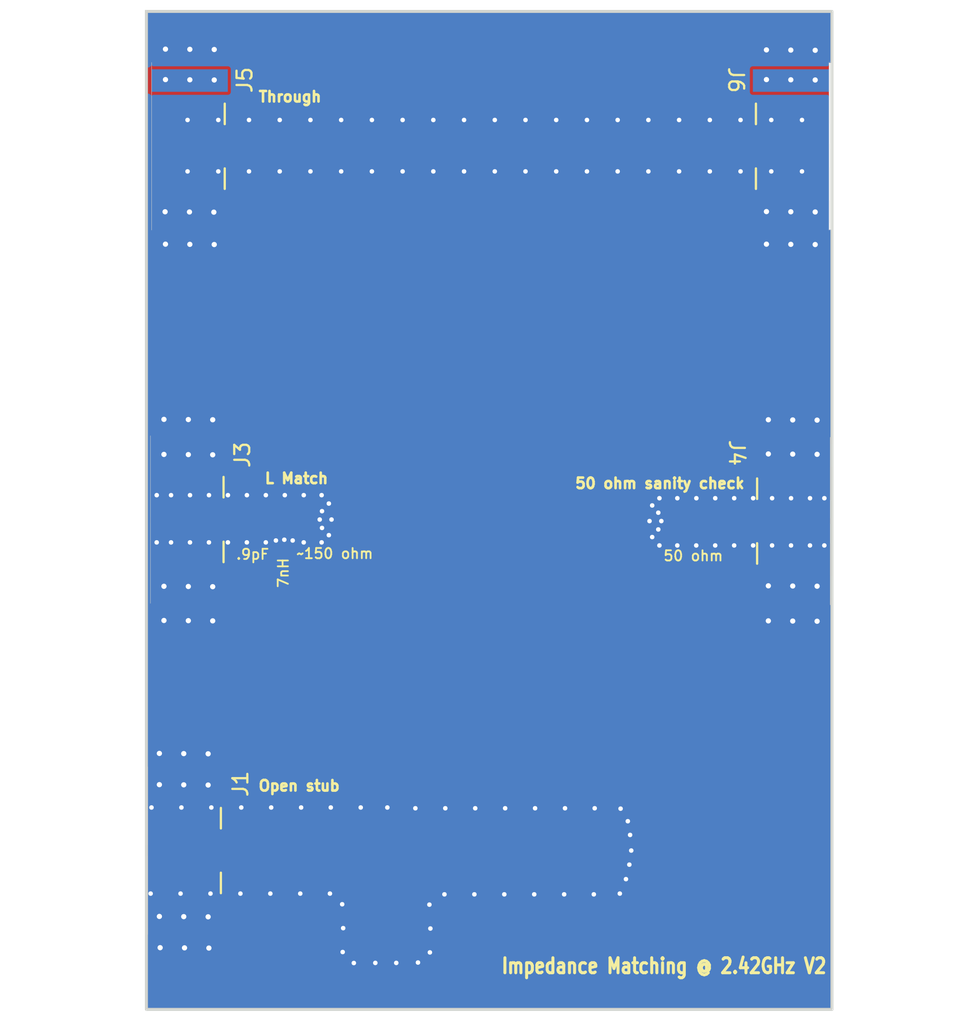
<source format=kicad_pcb>
(kicad_pcb (version 20211014) (generator pcbnew)
  (layers (0 "F.Cu" signal) (1 "In1.Cu" signal) (2 "In2.Cu" signal) (31 "B.Cu" signal) (34 "B.Paste" user) (35 "F.Paste" user) (36 "B.SilkS" user "B.Silkscreen") (37 "F.SilkS" user "F.Silkscreen") (38 "B.Mask" user) (39 "F.Mask" user) (44 "Edge.Cuts" user))
  (net 0 "")
  (net 1 "GND")
  (net 2 "Net-(J1-Pad1)")
  (net 3 "Net-(J4-Pad1)")
  (net 4 "Net-(J3-Pad1)")
  (net 5 "Net-(R5-Pad2)")
  (footprint "Cinch:CONN_142-0701-851_CIN" (layer "F.Cu") (at 174.2948 64.2112 -90)
    (fp_text reference "J4" (at -4.5466 3.8608 -90 unlocked) (layer "F.SilkS"))
    (fp_text value "Conn_Coaxial" hide)
    (fp_line (start 1.47574 2.5019) (end 2.84226 2.5019) (layer "F.SilkS") (width 0.1524))
    (fp_line (start -2.84226 2.5019) (end -1.47574 2.5019) (layer "F.SilkS") (width 0.1524))
    (fp_line (start 5.588 -2.3749) (end -5.588 -2.3749) (layer "Edge.Cuts") (width 0.0254))
    (pad "1" smd rect (at 0 0.1651 270) (size 0.38 5.08) (layers "F.Cu" "F.Paste" "F.Mask") (net 4 "Net-(J3-Pad1)"))
    (pad "2" smd rect (at -4.3815 0.1651 270) (size 1.5 5.08) (layers "F.Cu" "F.Paste" "F.Mask") (net 1 "GND"))
    (pad "3" smd rect (at 4.3815 0.1651 270) (size 1.5 5.08) (layers "F.Cu" "F.Paste" "F.Mask") (net 1 "GND"))
    (pad "4" smd rect (at -4.3815 0.1651 270) (size 1.5 5.08) (layers "B.Cu" "B.Paste" "B.Mask") (net 1 "GND"))
    (pad "5" smd rect (at 4.3815 0.1651 270) (size 1.5 5.08) (layers "B.Cu" "B.Paste" "B.Mask") (net 1 "GND"))
  )
  (footprint "HGS_Reflector:.0402-C-NOSILK" (layer "F.Cu") (at 141.5542 64.1096 180)
    (fp_text reference "R5")
    (fp_text value "~150 ohm" (at -4.699 -2.667) (layer "F.SilkS") (effects (font (size 0.68 0.68) (thickness 0.12)) (justify right bottom)))
    (pad "1" smd roundrect (at -0.45 0 180) (size 0.5 0.6) (layers "F.Cu" "F.Paste") (roundrect_rratio 0.1) (net 1 "GND"))
    (pad "2" smd roundrect (at 0.45 0 180) (size 0.5 0.6) (layers "F.Cu" "F.Paste") (roundrect_rratio 0.1) (net 5 "Net-(R5-Pad2)"))
  )
  (footprint "HGS_Reflector:.0402-C-NOSILK" (layer "F.Cu") (at 140.2588 64.5414 -90)
    (fp_text reference "L1")
    (fp_text value "7nH" (at 2.0574 -0.3302 90) (layer "F.SilkS") (effects (font (size 0.68 0.68) (thickness 0.12)) (justify right bottom)))
    (pad "1" smd roundrect (at -0.45 0 270) (size 0.5 0.6) (layers "F.Cu" "F.Paste") (roundrect_rratio 0.1) (net 5 "Net-(R5-Pad2)"))
    (pad "2" smd roundrect (at 0.45 0 270) (size 0.5 0.6) (layers "F.Cu" "F.Paste") (roundrect_rratio 0.1) (net 1 "GND"))
  )
  (footprint "HGS_Reflector:.0402-C-NOSILK" (layer "F.Cu") (at 162.179 86.1822 180)
    (fp_text reference "R1")
    (fp_text value "50" hide)
    (pad "1" smd roundrect (at -0.45 0 180) (size 0.5 0.6) (layers "F.Cu" "F.Paste") (roundrect_rratio 0.1) (net 1 "GND"))
    (pad "2" smd roundrect (at 0.45 0 180) (size 0.5 0.6) (layers "F.Cu" "F.Paste") (roundrect_rratio 0.1) (net 2 "Net-(J1-Pad1)"))
  )
  (footprint "HGS_Reflector:.0402-C-NOSILK" (layer "F.Cu") (at 166.4716 64.2112)
    (fp_text reference "R6" hide)
    (fp_text value "50 ohm" (at -0.9906 2.7178) (layer "F.SilkS") (effects (font (size 0.68 0.68) (thickness 0.12)) (justify left bottom)))
    (pad "1" smd roundrect (at -0.45 0) (size 0.5 0.6) (layers "F.Cu" "F.Paste") (roundrect_rratio 0.1) (net 1 "GND"))
    (pad "2" smd roundrect (at 0.45 0) (size 0.5 0.6) (layers "F.Cu" "F.Paste") (roundrect_rratio 0.1) (net 5 "Net-(R5-Pad2)"))
  )
  (footprint "Cinch:CONN_142-0701-851_CIN" (layer "F.Cu") (at 174.2155 39.2176 -90)
    (fp_text reference "J6" (at -4.4196 3.8323 -90 unlocked) (layer "F.SilkS"))
    (fp_text value "Conn_Coaxial" hide)
    (fp_line (start 1.47574 2.5019) (end 2.84226 2.5019) (layer "F.SilkS") (width 0.1524))
    (fp_line (start -2.84226 2.5019) (end -1.47574 2.5019) (layer "F.SilkS") (width 0.1524))
    (fp_line (start 5.588 -2.3749) (end -5.588 -2.3749) (layer "Edge.Cuts") (width 0.0254))
    (pad "1" smd rect (at 0 0.1651 270) (size 0.38 5.08) (layers "F.Cu" "F.Paste" "F.Mask") (net 3 "Net-(J4-Pad1)"))
    (pad "2" smd rect (at -4.3815 0.1651 270) (size 1.5 5.08) (layers "F.Cu" "F.Paste" "F.Mask") (net 1 "GND"))
    (pad "3" smd rect (at 4.3815 0.1651 270) (size 1.5 5.08) (layers "F.Cu" "F.Paste" "F.Mask") (net 1 "GND"))
    (pad "4" smd rect (at -4.3815 0.1651 270) (size 1.5 5.08) (layers "B.Cu" "B.Paste" "B.Mask"))
    (pad "5" smd rect (at 4.3815 0.1651 270) (size 1.5 5.08) (layers "B.Cu" "B.Paste" "B.Mask") (net 1 "GND"))
  )
  (footprint "Cinch:CONN_142-0701-851_CIN" (layer "F.Cu") (at 133.5278 86.1822 90)
    (fp_text reference "J1" (at 4.445 3.81 90 unlocked) (layer "F.SilkS"))
    (fp_text value "Conn_Coaxial" hide)
    (fp_line (start -2.84226 2.5019) (end -1.47574 2.5019) (layer "F.SilkS") (width 0.1524))
    (fp_line (start 1.47574 2.5019) (end 2.84226 2.5019) (layer "F.SilkS") (width 0.1524))
    (fp_line (start 5.588 -2.3749) (end -5.588 -2.3749) (layer "Edge.Cuts") (width 0.0254))
    (pad "1" smd rect (at 0 0.1651 90) (size 0.74 5.1689) (layers "F.Cu" "F.Paste" "F.Mask") (net 2 "Net-(J1-Pad1)"))
    (pad "2" smd rect (at -4.3815 0.1651 90) (size 1.5 5.08) (layers "F.Cu" "F.Paste" "F.Mask") (net 1 "GND"))
    (pad "3" smd rect (at 4.3815 0.1651 90) (size 1.5 5.08) (layers "F.Cu" "F.Paste" "F.Mask") (net 1 "GND"))
    (pad "4" smd rect (at -4.3815 0.1651 90) (size 1.5 5.08) (layers "B.Cu" "B.Paste" "B.Mask") (net 1 "GND"))
    (pad "5" smd rect (at 4.3815 0.1651 90) (size 1.5 5.08) (layers "B.Cu" "B.Paste" "B.Mask") (net 1 "GND"))
  )
  (footprint "Cinch:CONN_142-0701-851_CIN" (layer "F.Cu") (at 133.7056 64.1096 90)
    (fp_text reference "J3" (at 4.318 3.7592 90 unlocked) (layer "F.SilkS"))
    (fp_text value "Conn_Coaxial" hide)
    (fp_line (start -2.84226 2.5019) (end -1.47574 2.5019) (layer "F.SilkS") (width 0.1524))
    (fp_line (start 1.47574 2.5019) (end 2.84226 2.5019) (layer "F.SilkS") (width 0.1524))
    (fp_line (start 5.588 -2.3749) (end -5.588 -2.3749) (layer "Edge.Cuts") (width 0.0254))
    (pad "1" smd rect (at 0 0.1651 90) (size 0.38 5.08) (layers "F.Cu" "F.Paste" "F.Mask") (net 4 "Net-(J3-Pad1)"))
    (pad "2" smd rect (at -4.3815 0.1651 90) (size 1.5 5.08) (layers "F.Cu" "F.Paste" "F.Mask") (net 1 "GND"))
    (pad "3" smd rect (at 4.3815 0.1651 90) (size 1.5 5.08) (layers "F.Cu" "F.Paste" "F.Mask") (net 1 "GND"))
    (pad "4" smd rect (at -4.3815 0.1651 90) (size 1.5 5.08) (layers "B.Cu" "B.Paste" "B.Mask") (net 1 "GND"))
    (pad "5" smd rect (at 4.3815 0.1651 90) (size 1.5 5.08) (layers "B.Cu" "B.Paste" "B.Mask") (net 1 "GND"))
  )
  (footprint "Cinch:CONN_142-0701-851_CIN" (layer "F.Cu") (at 133.7849 39.2176 90)
    (fp_text reference "J5" (at 4.4196 3.8323 90 unlocked) (layer "F.SilkS"))
    (fp_text value "Conn_Coaxial" hide)
    (fp_line (start 1.47574 2.5019) (end 2.84226 2.5019) (layer "F.SilkS") (width 0.1524))
    (fp_line (start -2.84226 2.5019) (end -1.47574 2.5019) (layer "F.SilkS") (width 0.1524))
    (fp_line (start 5.588 -2.3749) (end -5.588 -2.3749) (layer "Edge.Cuts") (width 0.0254))
    (pad "1" smd rect (at 0 0.1651 90) (size 0.38 5.08) (layers "F.Cu" "F.Paste" "F.Mask") (net 3 "Net-(J4-Pad1)"))
    (pad "2" smd rect (at -4.3815 0.1651 90) (size 1.5 5.08) (layers "F.Cu" "F.Paste" "F.Mask") (net 1 "GND"))
    (pad "3" smd rect (at 4.3815 0.1651 90) (size 1.5 5.08) (layers "F.Cu" "F.Paste" "F.Mask") (net 1 "GND"))
    (pad "4" smd rect (at -4.3815 0.1651 90) (size 1.5 5.08) (layers "B.Cu" "B.Paste" "B.Mask") (net 1 "GND"))
    (pad "5" smd rect (at 4.3815 0.1651 90) (size 1.5 5.08) (layers "B.Cu" "B.Paste" "B.Mask"))
  )
  (footprint "HGS_Reflector:.0402-C-NOSILK" (layer "F.Cu") (at 138.9126 64.1096)
    (fp_text reference "C1")
    (fp_text value ".9pF" (at -1.9304 2.7178) (layer "F.SilkS") (effects (font (size 0.68 0.68) (thickness 0.12)) (justify left bottom)))
    (pad "1" smd roundrect (at -0.45 0) (size 0.5 0.6) (layers "F.Cu" "F.Paste") (roundrect_rratio 0.1) (net 5 "Net-(R5-Pad2)"))
    (pad "2" smd roundrect (at 0.45 0) (size 0.5 0.6) (layers "F.Cu" "F.Paste") (roundrect_rratio 0.1) (net 4 "Net-(J3-Pad1)"))
  )
  (gr_rect (start 131.064 30.226) (end 176.784 96.774) (layer "Edge.Cuts") (width 0.2) (fill none))
  (gr_text "50 ohm sanity check" (at 165.3032 61.6966) (layer "F.SilkS") (effects (font (size 0.7 0.7) (thickness 0.175))))
  (gr_text "L Match" (at 141.0716 61.3664) (layer "F.SilkS") (effects (font (size 0.7 0.7) (thickness 0.175))))
  (gr_text "Through" (at 140.6398 35.9156) (layer "F.SilkS") (effects (font (size 0.7 0.7) (thickness 0.175))))
  (gr_text "Impedance Matching @ 2.42GHz V2" (at 165.5826 93.8784) (layer "F.SilkS") (effects (font (size 1 0.8) (thickness 0.2))))
  (gr_text "Open stub" (at 141.2494 81.8642) (layer "F.SilkS") (effects (font (size 0.7 0.7) (thickness 0.175))))
  (segment (start 165.989 64.2112) (end 165.9636 64.1858) (width 0.25) (layer "F.Cu") (net 1))
  (segment (start 142.0042 64.1096) (end 142.8242 64.1096) (width 0.38) (layer "F.Cu") (net 1))
  (segment (start 166.0216 64.2112) (end 165.2016 64.2112) (width 0.38) (layer "F.Cu") (net 1))
  (segment (start 142.0368 64.1096) (end 142.0622 64.135) (width 0.25) (layer "F.Cu") (net 1))
  (segment (start 140.2588 64.9914) (end 140.2588 65.8114) (width 0.25) (layer "F.Cu") (net 1))
  (segment (start 162.629 86.1822) (end 163.6268 86.1822) (width 0.5) (layer "F.Cu") (net 1))
  (via (at 135.4836 70.866) (size 0.6) (drill 0.35) (layers "F.Cu" "B.Cu") (net 1))
  (via (at 154.29653 40.894) (size 0.35) (drill 0.3) (layers "F.Cu" "B.Cu") (net 1))
  (via (at 131.9276 79.7052) (size 0.6) (drill 0.35) (layers "F.Cu" "B.Cu") (net 1))
  (via (at 149.000632 83.3628) (size 0.35) (drill 0.3) (layers "F.Cu" "B.Cu") (net 1))
  (via (at 168.639061 40.894) (size 0.35) (drill 0.3) (layers "F.Cu" "B.Cu") (net 1))
  (via (at 133.396566 83.312) (size 0.35) (drill 0.3) (layers "F.Cu" "B.Cu") (net 1))
  (via (at 156.984696 83.3628) (size 0.35) (drill 0.3) (layers "F.Cu" "B.Cu") (net 1))
  (via (at 133.858 68.57365) (size 0.6) (drill 0.35) (layers "F.Cu" "B.Cu") (net 1))
  (via (at 152.247597 37.465) (size 0.35) (drill 0.3) (layers "F.Cu" "B.Cu") (net 1))
  (via (at 174.0408 32.8041) (size 0.6) (drill 0.35) (layers "F.Cu" "B.Cu") (net 1))
  (via (at 132.706534 62.484) (size 0.35) (drill 0.3) (layers "F.Cu" "B.Cu") (net 1))
  (via (at 141.32348 89.0524) (size 0.35) (drill 0.3) (layers "F.Cu" "B.Cu") (net 1))
  (via (at 131.7498 62.484) (size 0.35) (drill 0.3) (layers "F.Cu" "B.Cu") (net 1))
  (via (at 160.90265 89.1032) (size 0.35) (drill 0.3) (layers "F.Cu" "B.Cu") (net 1))
  (via (at 166.469486 65.8368) (size 0.35) (drill 0.3) (layers "F.Cu" "B.Cu") (net 1))
  (via (at 165.2016 63.6524) (size 0.35) (drill 0.3) (layers "F.Cu" "B.Cu") (net 1))
  (via (at 172.736927 40.894) (size 0.35) (drill 0.3) (layers "F.Cu" "B.Cu") (net 1))
  (via (at 135.5598 43.6118) (size 0.6) (drill 0.35) (layers "F.Cu" "B.Cu") (net 1))
  (via (at 131.747686 65.6336) (size 0.35) (drill 0.3) (layers "F.Cu" "B.Cu") (net 1))
  (via (at 163.322 85.1408) (size 0.35) (drill 0.3) (layers "F.Cu" "B.Cu") (net 1))
  (via (at 131.40055 83.312) (size 0.35) (drill 0.3) (layers "F.Cu" "B.Cu") (net 1))
  (via (at 149.1742 93.6498) (size 0.35) (drill 0.3) (layers "F.Cu" "B.Cu") (net 1))
  (via (at 166.4716 62.6872) (size 0.35) (drill 0.3) (layers "F.Cu" "B.Cu") (net 1))
  (via (at 172.790758 65.8368) (size 0.35) (drill 0.3) (layers "F.Cu" "B.Cu") (net 1))
  (via (at 132.334 45.7454) (size 0.6) (drill 0.35) (layers "F.Cu" "B.Cu") (net 1))
  (via (at 164.541195 37.465) (size 0.35) (drill 0.3) (layers "F.Cu" "B.Cu") (net 1))
  (via (at 141.38063 83.312) (size 0.35) (drill 0.3) (layers "F.Cu" "B.Cu") (net 1))
  (via (at 175.7934 70.8914) (size 0.6) (drill 0.35) (layers "F.Cu" "B.Cu") (net 1))
  (via (at 131.9276 90.5764) (size 0.6) (drill 0.35) (layers "F.Cu" "B.Cu") (net 1))
  (via (at 132.2324 70.8406) (size 0.6) (drill 0.35) (layers "F.Cu" "B.Cu") (net 1))
  (via (at 133.858 70.8533) (size 0.6) (drill 0.35) (layers "F.Cu" "B.Cu") (net 1))
  (via (at 143.302568 89.0524) (size 0.35) (drill 0.3) (layers "F.Cu" "B.Cu") (net 1))
  (via (at 165.4048 64.2112) (size 0.35) (drill 0.3) (layers "F.Cu" "B.Cu") (net 1))
  (via (at 162.687 83.3882) (size 0.35) (drill 0.3) (layers "F.Cu" "B.Cu") (net 1))
  (via (at 139.953999 37.465) (size 0.35) (drill 0.3) (layers "F.Cu" "B.Cu") (net 1))
  (via (at 136.497182 65.6336) (size 0.35) (drill 0.3) (layers "F.Cu" "B.Cu") (net 1))
  (via (at 166.590128 37.465) (size 0.35) (drill 0.3) (layers "F.Cu" "B.Cu") (net 1))
  (via (at 148.149731 37.465) (size 0.35) (drill 0.3) (layers "F.Cu" "B.Cu") (net 1))
  (via (at 165.2016 64.77) (size 0.35) (drill 0.3) (layers "F.Cu" "B.Cu") (net 1))
  (via (at 131.9784 92.6592) (size 0.6) (drill 0.35) (layers "F.Cu" "B.Cu") (net 1))
  (via (at 174.1678 57.4675) (size 0.6) (drill 0.35) (layers "F.Cu" "B.Cu") (net 1))
  (via (at 141.5542 65.6336) (size 0.35) (drill 0.3) (layers "F.Cu" "B.Cu") (net 1))
  (via (at 158.394396 37.465) (size 0.35) (drill 0.3) (layers "F.Cu" "B.Cu") (net 1))
  (via (at 163.3982 86.1822) (size 0.35) (drill 0.3) (layers "F.Cu" "B.Cu") (net 1))
  (via (at 176.278114 62.6872) (size 0.35) (drill 0.3) (layers "F.Cu" "B.Cu") (net 1))
  (via (at 176.276 65.8368) (size 0.35) (drill 0.3) (layers "F.Cu" "B.Cu") (net 1))
  (via (at 174.1678 59.74715) (size 0.6) (drill 0.35) (layers "F.Cu" "B.Cu") (net 1))
  (via (at 154.98868 83.3628) (size 0.35) (drill 0.3) (layers "F.Cu" "B.Cu") (net 1))
  (via (at 132.70442 65.6336) (size 0.35) (drill 0.3) (layers "F.Cu" "B.Cu") (net 1))
  (via (at 160.443329 40.894) (size 0.35) (drill 0.3) (layers "F.Cu" "B.Cu") (net 1))
  (via (at 163.1696 84.2264) (size 0.35) (drill 0.3) (layers "F.Cu" "B.Cu") (net 1))
  (via (at 174.0408 45.7581) (size 0.6) (drill 0.35) (layers "F.Cu" "B.Cu") (net 1))
  (via (at 133.9342 43.5991) (size 0.6) (drill 0.35) (layers "F.Cu" "B.Cu") (net 1))
  (via (at 170.26225 65.8368) (size 0.35) (drill 0.3) (layers "F.Cu" "B.Cu") (net 1))
  (via (at 137.761436 65.6336) (size 0.35) (drill 0.3) (layers "F.Cu" "B.Cu") (net 1))
  (via (at 142.002932 40.894) (size 0.35) (drill 0.3) (layers "F.Cu" "B.Cu") (net 1))
  (via (at 152.992664 83.3628) (size 0.35) (drill 0.3) (layers "F.Cu" "B.Cu") (net 1))
  (via (at 174.0408 43.5864) (size 0.6) (drill 0.35) (layers "F.Cu" "B.Cu") (net 1))
  (via (at 174.1678 68.5419) (size 0.6) (drill 0.35) (layers "F.Cu" "B.Cu") (net 1))
  (via (at 135.5852 32.766) (size 0.6) (drill 0.35) (layers "F.Cu" "B.Cu") (net 1))
  (via (at 133.9596 45.7581) (size 0.6) (drill 0.35) (layers "F.Cu" "B.Cu") (net 1))
  (via (at 168.639061 37.465) (size 0.35) (drill 0.3) (layers "F.Cu" "B.Cu") (net 1))
  (via (at 160.443329 37.465) (size 0.35) (drill 0.3) (layers "F.Cu" "B.Cu") (net 1))
  (via (at 174.055012 65.8368) (size 0.35) (drill 0.3) (layers "F.Cu" "B.Cu") (net 1))
  (via (at 135.1788 79.7306) (size 0.6) (drill 0.35) (layers "F.Cu" "B.Cu") (net 1))
  (via (at 143.4084 64.1096) (size 0.35) (drill 0.3) (layers "F.Cu" "B.Cu") (net 1))
  (via (at 150.939498 89.1032) (size 0.35) (drill 0.3) (layers "F.Cu" "B.Cu") (net 1))
  (via (at 139.02569 65.6336) (size 0.35) (drill 0.3) (layers "F.Cu" "B.Cu") (net 1))
  (via (at 156.345463 37.465) (size 0.35) (drill 0.3) (layers "F.Cu" "B.Cu") (net 1))
  (via (at 143.2306 63.0428) (size 0.35) (drill 0.3) (layers "F.Cu" "B.Cu") (net 1))
  (via (at 133.9596 34.7853) (size 0.6) (drill 0.35) (layers "F.Cu" "B.Cu") (net 1))
  (via (at 175.6664 34.798) (size 0.6) (drill 0.35) (layers "F.Cu" "B.Cu") (net 1))
  (via (at 175.6664 45.7708) (size 0.6) (drill 0.35) (layers "F.Cu" "B.Cu") (net 1))
  (via (at 144.896416 93.682608) (size 0.35) (drill 0.3) (layers "F.Cu" "B.Cu") (net 1))
  (via (at 147.131616 83.312) (size 0.35) (drill 0.3) (layers "F.Cu" "B.Cu") (net 1))
  (via (at 133.858 59.7789) (size 0.6) (drill 0.35) (layers "F.Cu" "B.Cu") (net 1))
  (via (at 154.29653 37.465) (size 0.35) (drill 0.3) (layers "F.Cu" "B.Cu") (net 1))
  (via (at 169.00011 62.6872) (size 0.35) (drill 0.3) (layers "F.Cu" "B.Cu") (net 1))
  (via (at 150.198664 37.465) (size 0.35) (drill 0.3) (layers "F.Cu" "B.Cu") (net 1))
  (via (at 156.345463 40.894) (size 0.35) (drill 0.3) (layers "F.Cu" "B.Cu") (net 1))
  (via (at 141.556314 62.484) (size 0.35) (drill 0.3) (layers "F.Cu" "B.Cu") (net 1))
  (via (at 170.687994 40.894) (size 0.35) (drill 0.3) (layers "F.Cu" "B.Cu") (net 1))
  (via (at 150.001816 91.381792) (size 0.35) (drill 0.3) (layers "F.Cu" "B.Cu") (net 1))
  (via (at 133.5532 79.7179) (size 0.6) (drill 0.35) (layers "F.Cu" "B.Cu") (net 1))
  (via (at 175.7934 57.4802) (size 0.6) (drill 0.35) (layers "F.Cu" "B.Cu") (net 1))
  (via (at 140.8176 65.5066) (size 0.35) (drill 0.3) (layers "F.Cu" "B.Cu") (net 1))
  (via (at 167.733742 65.8368) (size 0.35) (drill 0.3) (layers "F.Cu" "B.Cu") (net 1))
  (via (at 139.7 65.5066) (size 0.35) (drill 0.3) (layers "F.Cu" "B.Cu") (net 1))
  (via (at 162.6362 89.0524) (size 0.35) (drill 0.3) (layers "F.Cu" "B.Cu") (net 1))
  (via (at 135.4836 59.7916) (size 0.6) (drill 0.35) (layers "F.Cu" "B.Cu") (net 1))
  (via (at 172.4152 45.7454) (size 0.6) (drill 0.35) (layers "F.Cu" "B.Cu") (net 1))
  (via (at 170.264364 62.6872) (size 0.35) (drill 0.3) (layers "F.Cu" "B.Cu") (net 1))
  (via (at 133.8072 40.894) (size 0.35) (drill 0.3) (layers "F.Cu" "B.Cu") (net 1))
  (via (at 148.149731 40.894) (size 0.35) (drill 0.3) (layers "F.Cu" "B.Cu") (net 1))
  (via (at 175.32138 62.6872) (size 0.35) (drill 0.3) (layers "F.Cu" "B.Cu") (net 1))
  (via (at 172.5422 59.73445) (size 0.6) (drill 0.35) (layers "F.Cu" "B.Cu") (net 1))
  (via (at 145.355734 83.312) (size 0.35) (drill 0.3) (layers "F.Cu" "B.Cu") (net 1))
  (via (at 164.541195 40.894) (size 0.35) (drill 0.3) (layers "F.Cu" "B.Cu") (net 1))
  (via (at 162.492262 37.465) (size 0.35) (drill 0.3) (layers "F.Cu" "B.Cu") (net 1))
  (via (at 146.100798 40.894) (size 0.35) (drill 0.3) (layers "F.Cu" "B.Cu") (net 1))
  (via (at 150.996648 83.3628) (size 0.35) (drill 0.3) (layers "F.Cu" "B.Cu") (net 1))
  (via (at 135.1788 90.6018) (size 0.6) (drill 0.35) (layers "F.Cu" "B.Cu") (net 1))
  (via (at 144.152408 92.949184) (size 0.35) (drill 0.3) (layers "F.Cu" "B.Cu") (net 1))
  (via (at 135.2296 92.6846) (size 0.6) (drill 0.35) (layers "F.Cu" "B.Cu") (net 1))
  (via (at 172.5422 68.5292) (size 0.6) (drill 0.35) (layers "F.Cu" "B.Cu") (net 1))
  (via (at 143.359718 83.312) (size 0.35) (drill 0.3) (layers "F.Cu" "B.Cu") (net 1))
  (via (at 135.4836 68.58635) (size 0.6) (drill 0.35) (layers "F.Cu" "B.Cu") (net 1))
  (via (at 172.4152 34.7726) (size 0.6) (drill 0.35) (layers "F.Cu" "B.Cu") (net 1))
  (via (at 133.968674 65.6336) (size 0.35) (drill 0.3) (layers "F.Cu" "B.Cu") (net 1))
  (via (at 133.339416 89.0524) (size 0.35) (drill 0.3) (layers "F.Cu" "B.Cu") (net 1))
  (via (at 135.335432 89.0524) (size 0.35) (drill 0.3) (layers "F.Cu" "B.Cu") (net 1))
  (via (at 166.590128 40.894) (size 0.35) (drill 0.3) (layers "F.Cu" "B.Cu") (net 1))
  (via (at 132.2324 57.4294) (size 0.6) (drill 0.35) (layers "F.Cu" "B.Cu") (net 1))
  (via (at 163.2712 87.122) (size 0.35) (drill 0.3) (layers "F.Cu" "B.Cu") (net 1))
  (via (at 175.6664 32.8168) (size 0.6) (drill 0.35) (layers "F.Cu" "B.Cu") (net 1))
  (via (at 172.736927 37.465) (size 0.35) (drill 0.3) (layers "F.Cu" "B.Cu") (net 1))
  (via (at 133.9596 32.7533) (size 0.6) (drill 0.35) (layers "F.Cu" "B.Cu") (net 1))
  (via (at 144.051865 37.465) (size 0.35) (drill 0.3) (layers "F.Cu" "B.Cu") (net 1))
  (via (at 144.1196 89.7636) (size 0.35) (drill 0.3) (layers "F.Cu" "B.Cu") (net 1))
  (via (at 158.980712 83.3628) (size 0.35) (drill 0.3) (layers "F.Cu" "B.Cu") (net 1))
  (via (at 135.392582 83.312) (size 0.35) (drill 0.3) (layers "F.Cu" "B.Cu") (net 1))
  (via (at 132.334 34.7726) (size 0.6) (drill 0.35) (layers "F.Cu" "B.Cu") (net 1))
  (via (at 135.5852 45.7708) (size 0.6) (drill 0.35) (layers "F.Cu" "B.Cu") (net 1))
  (via (at 171.526504 65.8368) (size 0.35) (drill 0.3) (layers "F.Cu" "B.Cu") (net 1))
  (via (at 170.687994 37.465) (size 0.35) (drill 0.3) (layers "F.Cu" "B.Cu") (net 1))
  (via (at 171.528618 62.6872) (size 0.35) (drill 0.3) (layers "F.Cu" "B.Cu") (net 1))
  (via (at 152.247597 40.894) (size 0.35) (drill 0.3) (layers "F.Cu" "B.Cu") (net 1))
  (via (at 175.7934 59.75985) (size 0.6) (drill 0.35) (layers "F.Cu" "B.Cu") (net 1))
  (via (at 147.7264 93.6752) (size 0.35) (drill 0.3) (layers "F.Cu" "B.Cu") (net 1))
  (via (at 172.4152 43.5737) (size 0.6) (drill 0.35) (layers "F.Cu" "B.Cu") (net 1))
  (via (at 133.858 57.4421) (size 0.6) (drill 0.35) (layers "F.Cu" "B.Cu") (net 1))
  (via (at 139.027804 62.484) (size 0.35) (drill 0.3) (layers "F.Cu" "B.Cu") (net 1))
  (via (at 150.198664 40.894) (size 0.35) (drill 0.3) (layers "F.Cu" "B.Cu") (net 1))
  (via (at 139.384614 83.312) (size 0.35) (drill 0.3) (layers "F.Cu" "B.Cu") (net 1))
  (via (at 135.4836 57.4548) (size 0.6) (drill 0.35) (layers "F.Cu" "B.Cu") (net 1))
  (via (at 175.6664 43.5991) (size 0.6) (drill 0.35) (layers "F.Cu" "B.Cu") (net 1))
  (via (at 133.5532 90.5891) (size 0.6) (drill 0.35) (layers "F.Cu" "B.Cu") (net 1))
  (via (at 146.100798 37.465) (size 0.35) (drill 0.3) (layers "F.Cu" "B.Cu") (net 1))
  (via (at 146.3294 93.6752) (size 0.35) (drill 0.3) (layers "F.Cu" "B.Cu") (net 1))
  (via (at 142.002932 37.465) (size 0.35) (drill 0.3) (layers "F.Cu" "B.Cu") (net 1))
  (via (at 164.6174 64.2112) (size 0.35) (drill 0.3) (layers "F.Cu" "B.Cu") (net 1))
  (via (at 165.2778 62.6872) (size 0.35) (drill 0.3) (layers "F.Cu" "B.Cu") (net 1))
  (via (at 133.8072 37.465) (size 0.35) (drill 0.3) (layers "F.Cu" "B.Cu") (net 1))
  (via (at 172.4152 32.7914) (size 0.6) (drill 0.35) (layers "F.Cu" "B.Cu") (net 1))
  (via (at 163.045324 88.088949) (size 0.35) (drill 0.3) (layers "F.Cu" "B.Cu") (net 1))
  (via (at 156.927546 89.1032) (size 0.35) (drill 0.3) (layers "F.Cu" "B.Cu") (net 1))
  (via (at 140.292058 62.484) (size 0.35) (drill 0.3) (layers "F.Cu" "B.Cu") (net 1))
  (via (at 164.7952 63.1698) (size 0.35) (drill 0.3) (layers "F.Cu" "B.Cu") (net 1))
  (via (at 174.0408 34.7853) (size 0.6) (drill 0.35) (layers "F.Cu" "B.Cu") (net 1))
  (via (at 135.232928 65.6336) (size 0.35) (drill 0.3) (layers "F.Cu" "B.Cu") (net 1))
  (via (at 172.5422 70.866) (size 0.6) (drill 0.35) (layers "F.Cu" "B.Cu") (net 1))
  (via (at 132.2324 59.7662) (size 0.6) (drill 0.35) (layers "F.Cu" "B.Cu") (net 1))
  (via (at 174.1678 70.8787) (size 0.6) (drill 0.35) (layers "F.Cu" "B.Cu") (net 1))
  (via (at 133.604 92.6719) (size 0.6) (drill 0.35) (layers "F.Cu" "B.Cu") (net 1))
  (via (at 132.3086 43.5864) (size 0.6) (drill 0.35) (layers "F.Cu" "B.Cu") (net 1))
  (via (at 142.7734 64.6684) (size 0.35) (drill 0.3) (layers "F.Cu" "B.Cu") (net 1))
  (via (at 139.327464 89.0524) (size 0.35) (drill 0.3) (layers "F.Cu" "B.Cu") (net 1))
  (via (at 135.5852 34.798) (size 0.6) (drill 0.35) (layers "F.Cu" "B.Cu") (net 1))
  (via (at 152.935514 89.1032) (size 0.35) (drill 0.3) (layers "F.Cu" "B.Cu") (net 1))
  (via (at 143.2306 65.151) (size 0.35) (drill 0.3) (layers "F.Cu" "B.Cu") (net 1))
  (via (at 144.051865 40.894) (size 0.35) (drill 0.3) (layers "F.Cu" "B.Cu") (net 1))
  (via (at 137.331448 89.0524) (size 0.35) (drill 0.3) (layers "F.Cu" "B.Cu") (net 1))
  (via (at 158.394396 40.894) (size 0.35) (drill 0.3) (layers "F.Cu" "B.Cu") (net 1))
  (via (at 137.905066 40.894) (size 0.35) (drill 0.3) (layers "F.Cu" "B.Cu") (net 1))
  (via (at 140.2588 65.4558) (size 0.35) (drill 0.3) (layers "F.Cu" "B.Cu") (net 1))
  (via (at 136.499296 62.484) (size 0.35) (drill 0.3) (layers "F.Cu" "B.Cu") (net 1))
  (via (at 174.78586 40.894) (size 0.35) (drill 0.3) (layers "F.Cu" "B.Cu") (net 1))
  (via (at 154.93153 89.1032) (size 0.35) (drill 0.3) (layers "F.Cu" "B.Cu") (net 1))
  (via (at 139.953999 40.894) (size 0.35) (drill 0.3) (layers "F.Cu" "B.Cu") (net 1))
  (via (at 142.748 65.6336) (size 0.35) (drill 0.3) (layers "F.Cu" "B.Cu") (net 1))
  (via (at 158.923562 89.1032) (size 0.35) (drill 0.3) (layers "F.Cu" "B.Cu") (net 1))
  (via (at 174.057126 62.6872) (size 0.35) (drill 0.3) (layers "F.Cu" "B.Cu") (net 1))
  (via (at 137.76355 62.484) (size 0.35) (drill 0.3) (layers "F.Cu" "B.Cu") (net 1))
  (via (at 131.3434 89.0524) (size 0.35) (drill 0.3) (layers "F.Cu" "B.Cu") (net 1))
  (via (at 175.319266 65.8368) (size 0.35) (drill 0.3) (layers "F.Cu" "B.Cu") (net 1))
  (via (at 132.334 32.7406) (size 0.6) (drill 0.35) (layers "F.Cu" "B.Cu") (net 1))
  (via (at 149.969008 92.974584) (size 0.35) (drill 0.3) (layers "F.Cu" "B.Cu") (net 1))
  (via (at 135.235042 62.484) (size 0.35) (drill 0.3) (layers "F.Cu" "B.Cu") (net 1))
  (via (at 172.792872 62.6872) (size 0.35) (drill 0.3) (layers "F.Cu" "B.Cu") (net 1))
  (via (at 174.78586 37.465) (size 0.35) (drill 0.3) (layers "F.Cu" "B.Cu") (net 1))
  (via (at 162.492262 40.894) (size 0.35) (drill 0.3) (layers "F.Cu" "B.Cu") (net 1))
  (via (at 168.997996 65.8368) (size 0.35) (drill 0.3) (layers "F.Cu" "B.Cu") (net 1))
  (via (at 149.9362 89.789) (size 0.35) (drill 0.3) (layers "F.Cu" "B.Cu") (net 1))
  (via (at 144.185216 91.356392) (size 0.35) (drill 0.3) (layers "F.Cu" "B.Cu") (net 1))
  (via (at 135.1788 81.8134) (size 0.6) (drill 0.35) (layers "F.Cu" "B.Cu") (net 1))
  (via (at 137.388598 83.312) (size 0.35) (drill 0.3) (layers "F.Cu" "B.Cu") (net 1))
  (via (at 142.748 62.484) (size 0.35) (drill 0.3) (layers "F.Cu" "B.Cu") (net 1))
  (via (at 142.7734 63.5508) (size 0.35) (drill 0.3) (layers "F.Cu" "B.Cu") (net 1))
  (via (at 135.856133 40.894) (size 0.35) (drill 0.3) (layers "F.Cu" "B.Cu") (net 1))
  (via (at 175.7934 68.5546) (size 0.6) (drill 0.35) (layers "F.Cu" "B.Cu") (net 1))
  (via (at 131.9276 81.788) (size 0.6) (drill 0.35) (layers "F.Cu" "B.Cu") (net 1))
  (via (at 164.7952 65.278) (size 0.35) (drill 0.3) (layers "F.Cu" "B.Cu") (net 1))
  (via (at 160.9598 83.3628) (size 0.35) (drill 0.3) (layers "F.Cu" "B.Cu") (net 1))
  (via (at 165.2778 65.8368) (size 0.35) (drill 0.3) (layers "F.Cu" "B.Cu") (net 1))
  (via (at 167.7416 62.6872) (size 0.35) (drill 0.3) (layers "F.Cu" "B.Cu") (net 1))
  (via (at 133.970788 62.484) (size 0.35) (drill 0.3) (layers "F.Cu" "B.Cu") (net 1))
  (via (at 135.856133 37.465) (size 0.35) (drill 0.3) (layers "F.Cu" "B.Cu") (net 1))
  (via (at 172.5422 57.4548) (size 0.6) (drill 0.35) (layers "F.Cu" "B.Cu") (net 1))
  (via (at 142.621 64.1096) (size 0.35) (drill 0.3) (layers "F.Cu" "B.Cu") (net 1))
  (via (at 132.2324 68.56095) (size 0.6) (drill 0.35) (layers "F.Cu" "B.Cu") (net 1))
  (via (at 133.5532 81.8007) (size 0.6) (drill 0.35) (layers "F.Cu" "B.Cu") (net 1))
  (via (at 137.905066 37.465) (size 0.35) (drill 0.3) (layers "F.Cu" "B.Cu") (net 1))
  (segment (start 155.4226 86.1822) (end 155.4988 86.106) (width 0.25) (layer "F.Cu") (net 2))
  (segment (start 147.069 86.1822) (end 161.569 86.1822) (width 0.74) (layer "F.Cu") (net 2))
  (segment (start 133.569 86.1822) (end 147.193 86.1822) (width 0.74) (layer "F.Cu") (net 2))
  (segment (start 147.069 86.1822) (end 147.069 91.6822) (width 0.74) (layer "F.Cu") (net 2))
  (segment (start 133.7849 39.2176) (end 174.2155 39.2176) (width 0.38) (layer "F.Cu") (net 3))
  (segment (start 138.496468 64.1096) (end 133.8707 64.1096) (width 0.38) (layer "F.Cu") (net 4))
  (segment (start 137.212068 64.1096) (end 137.219268 64.1168) (width 0.25) (layer "F.Cu") (net 4))
  (segment (start 166.9796 64.2112) (end 174.1551 64.2112) (width 0.38) (layer "F.Cu") (net 5))
  (segment (start 140.277 64.1096) (end 140.2588 64.0914) (width 0.25) (layer "F.Cu") (net 5))
  (segment (start 168.622132 64.204) (end 168.629332 64.2112) (width 0.25) (layer "F.Cu") (net 5))
  (segment (start 139.4206 64.1096) (end 141.0462 64.1096) (width 0.38) (layer "F.Cu") (net 5))
  (segment (start 140.1826 64.135) (end 140.1572 64.1096) (width 0.25) (layer "F.Cu") (net 5))
  (segment (start 170.813732 64.2112) (end 170.806532 64.204) (width 0.25) (layer "F.Cu") (net 5))
  (segment (start 141.0462 64.1096) (end 140.277 64.1096) (width 0.25) (layer "F.Cu") (net 5))
  (segment (start 168.611132 64.2294) (end 168.629332 64.2112) (width 0.25) (layer "F.Cu") (net 5))
  (zone (net 0) (net_name "") (layers "F.Cu" "In1.Cu" "In2.Cu") (connect_pads (clearance 0)) (min_thickness 0.254)
    (keepout (tracks not_allowed) (vias not_allowed) (pads not_allowed) (copperpour not_allowed) (footprints allowed))
    (fill (thermal_gap 0.508) (thermal_bridge_width 0.508))
    (polygon (pts (xy 149.6314 93.3958) (xy 144.4498 93.3958) (xy 144.4498 87.5284) (xy 149.6314 87.5284)))
  )
  (zone (net 0) (net_name "") (layers "F.Cu" "In1.Cu" "In2.Cu") (connect_pads (clearance 0)) (min_thickness 0.254)
    (keepout (tracks not_allowed) (vias not_allowed) (pads not_allowed) (copperpour not_allowed) (footprints allowed))
    (fill (thermal_gap 0.508) (thermal_bridge_width 0.508))
    (polygon (pts (xy 162.8902 88.7476) (xy 129.54 88.7476) (xy 129.54 83.6168) (xy 162.8902 83.6168)))
  )
  (zone (net 0) (net_name "") (layer "F.Cu") (connect_pads (clearance 0)) (min_thickness 0.254)
    (keepout (tracks not_allowed) (vias not_allowed) (pads not_allowed) (copperpour not_allowed) (footprints allowed))
    (fill (thermal_gap 0.508) (thermal_bridge_width 0.508))
    (polygon (pts (xy 142.527868 63.754) (xy 135.974668 63.754) (xy 135.974668 62.738) (xy 142.527868 62.738)))
  )
  (zone (net 1) (net_name "GND") (layers "F.Cu" "In1.Cu" "In2.Cu" "B.Cu") (connect_pads yes (clearance 0)) (min_thickness 0.254) (fill yes (thermal_gap 0.508) (thermal_bridge_width 0.508))
    (polygon (pts (xy 178.308 97.7392) (xy 130.048 97.7392) (xy 130.048 29.464) (xy 178.308 29.464)))
  )
  (zone (net 0) (net_name "") (layer "F.Cu") (connect_pads (clearance 0)) (min_thickness 0.254)
    (keepout (tracks not_allowed) (vias not_allowed) (pads not_allowed) (copperpour not_allowed) (footprints allowed))
    (fill (thermal_gap 0.508) (thermal_bridge_width 0.508))
    (polygon (pts (xy 141.986 65.405) (xy 131.318 65.405) (xy 131.318 62.738) (xy 141.986 62.738)))
  )
  (zone (net 0) (net_name "") (layer "F.Cu") (connect_pads (clearance 0)) (min_thickness 0.254)
    (keepout (tracks not_allowed) (vias not_allowed) (pads not_allowed) (copperpour not_allowed) (footprints allowed))
    (fill (thermal_gap 0.508) (thermal_bridge_width 0.508))
    (polygon (pts (xy 141.054668 65.2526) (xy 140.292668 65.2526) (xy 140.292668 64.7446) (xy 141.054668 64.7446)))
  )
  (zone (net 0) (net_name "") (layer "F.Cu") (connect_pads (clearance 0)) (min_thickness 0.254)
    (keepout (tracks not_allowed) (vias not_allowed) (pads not_allowed) (copperpour not_allowed) (footprints allowed))
    (fill (thermal_gap 0.508) (thermal_bridge_width 0.508))
    (polygon (pts (xy 165.3286 62.9158) (xy 176.7078 62.9158) (xy 176.7078 65.5828) (xy 165.3286 65.5828)))
  )
  (zone (net 0) (net_name "") (layer "F.Cu") (connect_pads (clearance 0)) (min_thickness 0.254)
    (keepout (tracks not_allowed) (vias not_allowed) (pads not_allowed) (copperpour not_allowed) (footprints allowed))
    (fill (thermal_gap 0.508) (thermal_bridge_width 0.508))
    (polygon (pts (xy 140.292668 65.405) (xy 137.625668 65.405) (xy 137.625668 62.738) (xy 140.292668 62.738)))
  )
  (zone (net 0) (net_name "") (layer "F.Cu") (connect_pads (clearance 0)) (min_thickness 0.254)
    (keepout (tracks not_allowed) (vias not_allowed) (pads not_allowed) (copperpour not_allowed) (footprints allowed))
    (fill (thermal_gap 0.508) (thermal_bridge_width 0.508))
    (polygon (pts (xy 141.562668 65.405) (xy 141.054668 65.405) (xy 141.054668 62.738) (xy 141.562668 62.738)))
  )
  (zone (net 0) (net_name "") (layer "F.Cu") (connect_pads (clearance 0)) (min_thickness 0.254)
    (keepout (tracks allowed) (vias allowed) (pads allowed) (copperpour not_allowed) (footprints allowed))
    (fill (thermal_gap 0.508) (thermal_bridge_width 0.508))
    (polygon (pts (xy 176.784 40.513) (xy 131.064 40.513) (xy 131.064 37.846) (xy 176.784 37.846)))
  )
)
</source>
